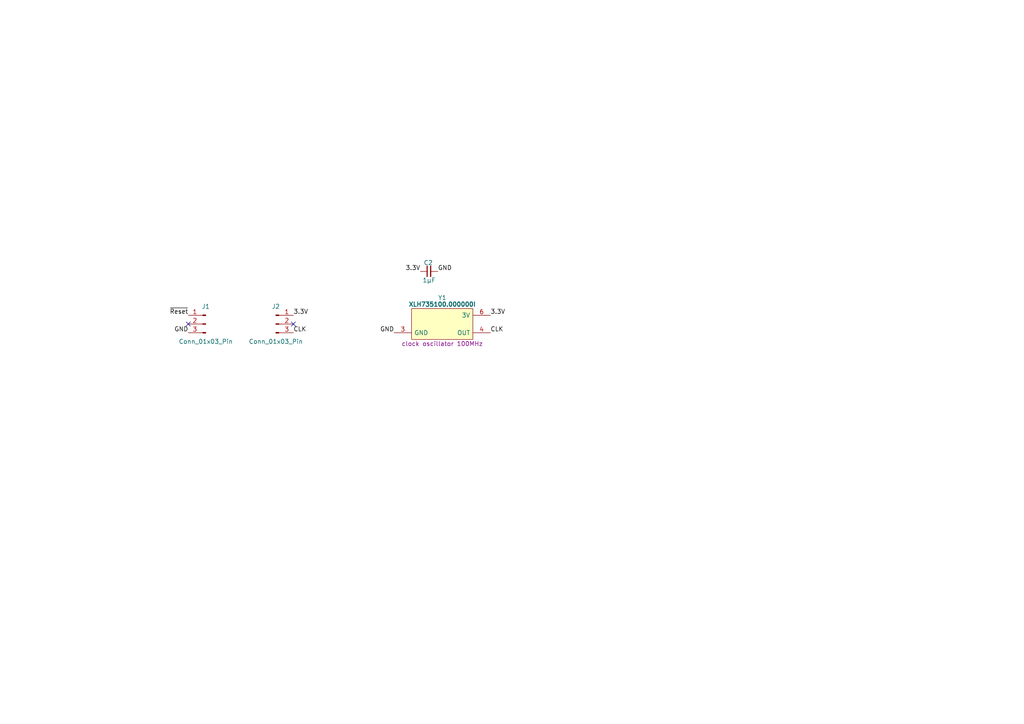
<source format=kicad_sch>
(kicad_sch (version 20230121) (generator eeschema)
  (paper "A4")
  (title_block (title "Clock Oscillator") (date "2023-12-06") (rev "V1"))
  (lib_symbols
    (symbol "Connector:Conn_01x03_Pin" (pin_names (offset 1.016) hide)
      (property "Reference" "J" (at 0 5.08 0))
      (property "Value" "Conn_01x03_Pin" (at 0 -5.08 0))
      (symbol "Conn_01x03_Pin_1_1"
        (polyline (pts (xy 1.27 -2.54) (xy 0.8636 -2.54)) (stroke (width 0.1524)))
        (polyline (pts (xy 1.27 0) (xy 0.8636 0)) (stroke (width 0.1524)))
        (polyline (pts (xy 1.27 2.54) (xy 0.8636 2.54)) (stroke (width 0.1524)))
        (rectangle (start 0.8636 -2.413) (end 0 -2.667) (stroke (width 0.1524)) (fill (type outline)))
        (rectangle (start 0.8636 0.127) (end 0 -0.127) (stroke (width 0.1524)) (fill (type outline)))
        (rectangle (start 0.8636 2.667) (end 0 2.413) (stroke (width 0.1524)) (fill (type outline)))
        (pin passive line (at 5.08 2.54 180) (length 3.81) (name "Pin_1") (number "1"))
        (pin passive line (at 5.08 0 180) (length 3.81) (name "Pin_2") (number "2"))
        (pin passive line (at 5.08 -2.54 180) (length 3.81) (name "Pin_3") (number "3"))
      )
    )
    (symbol "HCP65:C_0805" (pin_numbers hide) (pin_names (offset 0.254) hide)
      (property "Reference" "C" (at 2.286 2.54 0))
      (property "Value" "?μF" (at 2.54 -2.54 0))
      (symbol "C_0805_0_1"
        (polyline (pts (xy 1.9685 -1.4605) (xy 1.9685 1.5875)) (stroke (width 0.3048)))
        (polyline (pts (xy 2.9845 -1.4605) (xy 2.9845 1.5875)) (stroke (width 0.3302)))
      )
      (symbol "C_0805_1_1"
        (pin passive line (at 0 0 0) (length 2.032) (name "~") (number "1"))
        (pin passive line (at 5.08 0 180) (length 2.032) (name "~") (number "2"))
      )
    )
    (symbol "Renesas:XLH735100.000000I" (pin_names (offset 0.762))
      (property "Reference" "Y" (at 13.97 5.08 0))
      (property "Value" "XLH735100.000000I" (at 13.97 3.175 0))
      (property "Description" "clock oscillator 100MHz" (at 13.97 -8.255 0))
      (symbol "XLH735100.000000I_0_0"
        (pin no_connect line (at 0 0 0) (length 5.08) hide (name "E/D") (number "1"))
        (pin no_connect line (at 0 -2.54 0) (length 5.08) hide (name "NC") (number "2"))
        (pin output line (at 27.94 -5.08 180) (length 5.08) (name "OUT") (number "4"))
        (pin no_connect line (at 27.94 -2.54 180) (length 5.08) hide (name "OUT2") (number "5"))
      )
      (symbol "XLH735100.000000I_0_1"
        (polyline (pts (xy 5.08 1.905) (xy 22.86 1.905) (xy 22.86 -6.985) (xy 5.08 -6.985) (xy 5.08 1.905)) (stroke (width 0.1524)) (fill (type background)))
      )
      (symbol "XLH735100.000000I_1_0"
        (pin passive line (at 0 -5.08 0) (length 5.08) (name "GND") (number "3"))
        (pin passive line (at 27.94 0 180) (length 5.08) (name "3V") (number "6"))
      )
    )
  )
  (no_connect (at 54.61 93.98))
  (no_connect (at 85.09 93.98))
  (label "CLK" (at 142.24 96.52 0))
  (label "~{Reset}" (at 54.61 91.44 180))
  (label "3.3V" (at 85.09 91.44 0))
  (label "GND" (at 127 78.74 0))
  (label "3.3V" (at 121.92 78.74 180))
  (label "GND" (at 54.61 96.52 180))
  (label "3.3V" (at 142.24 91.44 0))
  (label "CLK" (at 85.09 96.52 0))
  (label "GND" (at 114.3 96.52 180))
  (symbol (lib_id "Connector:Conn_01x03_Pin") (at 80.01 93.98 0) (unit 1)
    (property "Reference" "J2" (at 80.01 88.9 0))
    (property "Value" "Conn_01x03_Pin" (at 80.01 99.06 0))
    (property "Footprint" "Connector_PinHeader_2.54mm:PinHeader_1x03_P2.54mm_Vertical" (effects hide))
  )
  (symbol (lib_id "Connector:Conn_01x03_Pin") (at 59.69 93.98 0) (mirror y) (unit 1)
    (property "Reference" "J1" (at 59.69 88.9 0))
    (property "Value" "Conn_01x03_Pin" (at 59.69 99.06 0))
    (property "Footprint" "Connector_PinHeader_2.54mm:PinHeader_1x03_P2.54mm_Vertical" (effects hide))
  )
  (symbol (lib_id "HCP65:C_0805") (at 121.92 78.74 0) (unit 1)
    (property "Reference" "C2" (at 124.206 76.2 0))
    (property "Value" "1μF" (at 124.46 81.28 0))
    (property "Footprint" "SamacSys_Parts:C_0805" (effects hide))
  )
  (symbol (lib_id "Renesas:XLH735100.000000I") (at 114.3 91.44 0) (unit 1)
    (property "Reference" "Y1" (at 128.27 86.36 0))
    (property "Value" "XLH735100.000000I" (at 128.27 88.265 0) (effects (font bold)))
    (property "Footprint" "XLH735100000000I" (effects hide))
    (property "Datasheet" "https://www.renesas.com/us/en/document/dst/xl-family-low-phase-noise-quartz-based-pll-oscillators-datasheet" (effects hide))
    (property "Description" "clock oscillator 100MHz" (at 128.27 99.695 0))
    (property "Height" "1.45" (effects hide))
    (property "Mouser Part Number" "972-XLH735100000000I" (effects hide))
    (property "Mouser Price/Stock" "https://www.mouser.co.uk/ProductDetail/Renesas-IDT/XLH735100000000I?qs=itIaUkCn8qAdqSTL6ktHsw%3D%3D" (effects hide))
    (property "Manufacturer_Name" "Renesas Electronics" (effects hide))
    (property "Manufacturer_Part_Number" "XLH735100.000000I" (effects hide))
    (property "Silkscreen" "XLH735100" (effects hide))
  )
)
</source>
